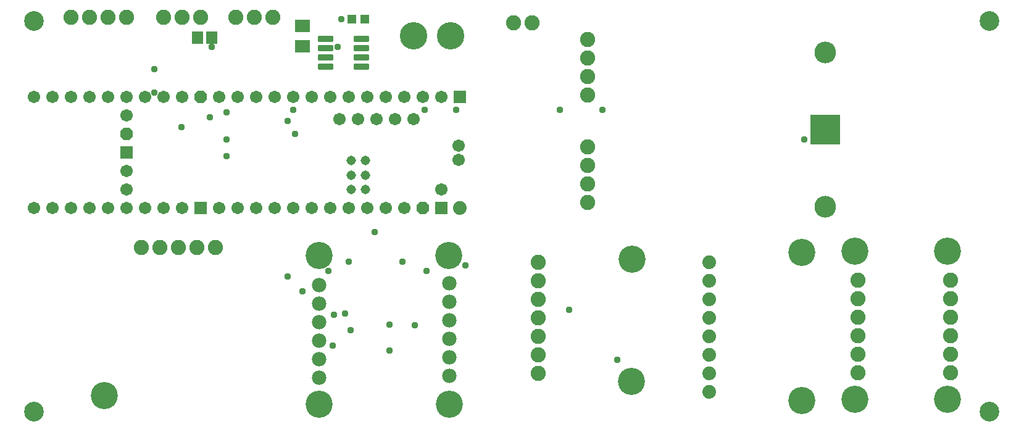
<source format=gbr>
G04 EAGLE Gerber RS-274X export*
G75*
%MOMM*%
%FSLAX34Y34*%
%LPD*%
%INSoldermask Top*%
%IPPOS*%
%AMOC8*
5,1,8,0,0,1.08239X$1,22.5*%
G01*
%ADD10C,2.703200*%
%ADD11C,2.978200*%
%ADD12R,4.163200X4.163200*%
%ADD13R,1.503200X1.703200*%
%ADD14C,2.082800*%
%ADD15R,1.711200X1.711200*%
%ADD16C,1.879600*%
%ADD17P,1.852186X8X292.500000*%
%ADD18C,1.711200*%
%ADD19C,1.311200*%
%ADD20C,3.719200*%
%ADD21C,1.981200*%
%ADD22C,3.759200*%
%ADD23C,0.353406*%
%ADD24R,1.303200X1.203200*%
%ADD25R,2.003200X1.803200*%
%ADD26C,0.959600*%


D10*
X-38100Y1043940D03*
X-38100Y508000D03*
X1272540Y1043940D03*
X1272540Y508000D03*
D11*
X1046580Y789740D03*
X1046580Y1000740D03*
D12*
X1046580Y895240D03*
D13*
X186080Y1021080D03*
X205080Y1021080D03*
D14*
X12700Y1049020D03*
X38100Y1049020D03*
X63500Y1049020D03*
X88900Y1049020D03*
X139700Y1049020D03*
X165100Y1049020D03*
X190500Y1049020D03*
D15*
X546100Y939800D03*
X88900Y863600D03*
X520700Y787400D03*
D16*
X546100Y787400D03*
D17*
X495300Y787400D03*
X88900Y889000D03*
D18*
X88900Y914400D03*
X88900Y838200D03*
X88900Y812800D03*
X215900Y787400D03*
X215900Y939800D03*
X520700Y939800D03*
X495300Y939800D03*
X469900Y939800D03*
X444500Y939800D03*
X419100Y939800D03*
X393700Y939800D03*
X368300Y939800D03*
X342900Y939800D03*
X317500Y939800D03*
X292100Y939800D03*
X266700Y939800D03*
X241300Y939800D03*
X520700Y812800D03*
X241300Y787400D03*
X266700Y787400D03*
X292100Y787400D03*
X317500Y787400D03*
X342900Y787400D03*
X368300Y787400D03*
X393700Y787400D03*
X419100Y787400D03*
X444500Y787400D03*
X469900Y787400D03*
D17*
X190500Y939800D03*
D18*
X139700Y939800D03*
X114300Y939800D03*
X88900Y939800D03*
X63500Y939800D03*
X38100Y939800D03*
X12700Y939800D03*
X-12700Y939800D03*
X-38100Y939800D03*
X165100Y787400D03*
X139700Y787400D03*
X114300Y787400D03*
X88900Y787400D03*
X63500Y787400D03*
X38100Y787400D03*
X12700Y787400D03*
X-12700Y787400D03*
X-38100Y787400D03*
X482600Y909800D03*
X457200Y909800D03*
X431800Y909800D03*
X406400Y909800D03*
X381000Y909800D03*
X165100Y939800D03*
D15*
X190500Y787400D03*
D18*
X543800Y853600D03*
X543800Y873600D03*
D19*
X416400Y812800D03*
X416400Y832800D03*
X416400Y852800D03*
X396400Y812800D03*
X396400Y832800D03*
X396400Y852800D03*
D16*
X887476Y712978D03*
X887476Y687578D03*
X887476Y662178D03*
X887476Y636778D03*
X887476Y611378D03*
X887476Y585978D03*
X887476Y560578D03*
X887476Y535178D03*
D20*
X1014476Y726948D03*
X1014476Y523748D03*
D14*
X721360Y942340D03*
X721360Y967740D03*
X721360Y993140D03*
X721360Y1018540D03*
X108712Y733552D03*
X134112Y733552D03*
X159512Y733552D03*
X184912Y733552D03*
X210312Y733552D03*
D20*
X57912Y530352D03*
D14*
X653352Y713105D03*
X653352Y687705D03*
X653352Y662305D03*
X653352Y636905D03*
X653352Y611505D03*
X653352Y586105D03*
X653352Y560705D03*
D20*
X781677Y717739D03*
X781304Y549910D03*
D14*
X721360Y795020D03*
X721360Y820420D03*
X721360Y845820D03*
X721360Y871220D03*
D21*
X352679Y682244D03*
X352679Y656844D03*
X352679Y631444D03*
X352679Y606044D03*
X352679Y580644D03*
X352679Y555244D03*
X531114Y684149D03*
X531114Y658749D03*
X531114Y633349D03*
X531114Y607949D03*
X531114Y582549D03*
X531114Y557149D03*
D20*
X531114Y518414D03*
X530479Y722884D03*
X352679Y722884D03*
X352679Y518414D03*
D14*
X1092200Y688340D03*
X1092200Y662940D03*
X1092200Y637540D03*
X1092200Y612140D03*
X1092200Y586740D03*
X1092200Y561340D03*
D20*
X1214493Y728534D03*
X1214493Y525334D03*
X1087493Y525334D03*
X1087493Y728534D03*
D14*
X1219200Y688340D03*
X1219200Y662940D03*
X1219200Y637540D03*
X1219200Y612140D03*
X1219200Y586740D03*
X1219200Y561340D03*
D22*
X482600Y1023620D03*
X533400Y1023620D03*
D23*
X370479Y1017561D02*
X352281Y1017561D01*
X352281Y1022059D01*
X370479Y1022059D01*
X370479Y1017561D01*
X370479Y1020918D02*
X352281Y1020918D01*
X352281Y1004861D02*
X370479Y1004861D01*
X352281Y1004861D02*
X352281Y1009359D01*
X370479Y1009359D01*
X370479Y1004861D01*
X370479Y1008218D02*
X352281Y1008218D01*
X352281Y992161D02*
X370479Y992161D01*
X352281Y992161D02*
X352281Y996659D01*
X370479Y996659D01*
X370479Y992161D01*
X370479Y995518D02*
X352281Y995518D01*
X352281Y979461D02*
X370479Y979461D01*
X352281Y979461D02*
X352281Y983959D01*
X370479Y983959D01*
X370479Y979461D01*
X370479Y982818D02*
X352281Y982818D01*
X401681Y983959D02*
X419879Y983959D01*
X419879Y979461D01*
X401681Y979461D01*
X401681Y983959D01*
X401681Y982818D02*
X419879Y982818D01*
X419879Y996659D02*
X401681Y996659D01*
X419879Y996659D02*
X419879Y992161D01*
X401681Y992161D01*
X401681Y996659D01*
X401681Y995518D02*
X419879Y995518D01*
X419879Y1009359D02*
X401681Y1009359D01*
X419879Y1009359D02*
X419879Y1004861D01*
X401681Y1004861D01*
X401681Y1009359D01*
X401681Y1008218D02*
X419879Y1008218D01*
X419879Y1022059D02*
X401681Y1022059D01*
X419879Y1022059D02*
X419879Y1017561D01*
X401681Y1017561D01*
X401681Y1022059D01*
X401681Y1020918D02*
X419879Y1020918D01*
D24*
X397900Y1046480D03*
X414900Y1046480D03*
D25*
X330200Y1009620D03*
X330200Y1037620D03*
D14*
X619760Y1041400D03*
X645160Y1041400D03*
X238760Y1049020D03*
X264160Y1049020D03*
X289560Y1049020D03*
D26*
X553720Y708660D03*
X1018540Y881380D03*
X383540Y1046480D03*
X378460Y1008380D03*
X205740Y1008380D03*
X127000Y946150D03*
X309880Y693420D03*
X330200Y673100D03*
X388620Y642620D03*
X396240Y619760D03*
X127000Y977900D03*
X371475Y598488D03*
X225425Y919163D03*
X373063Y641350D03*
X484188Y627063D03*
X226060Y858520D03*
X320040Y889000D03*
X309880Y906780D03*
X226060Y881380D03*
X203200Y911860D03*
X317500Y922020D03*
X497840Y922020D03*
X541020Y922020D03*
X683260Y922020D03*
X741680Y922020D03*
X429260Y754380D03*
X449580Y627380D03*
X449580Y591820D03*
X500380Y701040D03*
X365760Y701040D03*
X695960Y647700D03*
X762000Y579120D03*
X467360Y713740D03*
X393700Y713740D03*
X163513Y898525D03*
M02*

</source>
